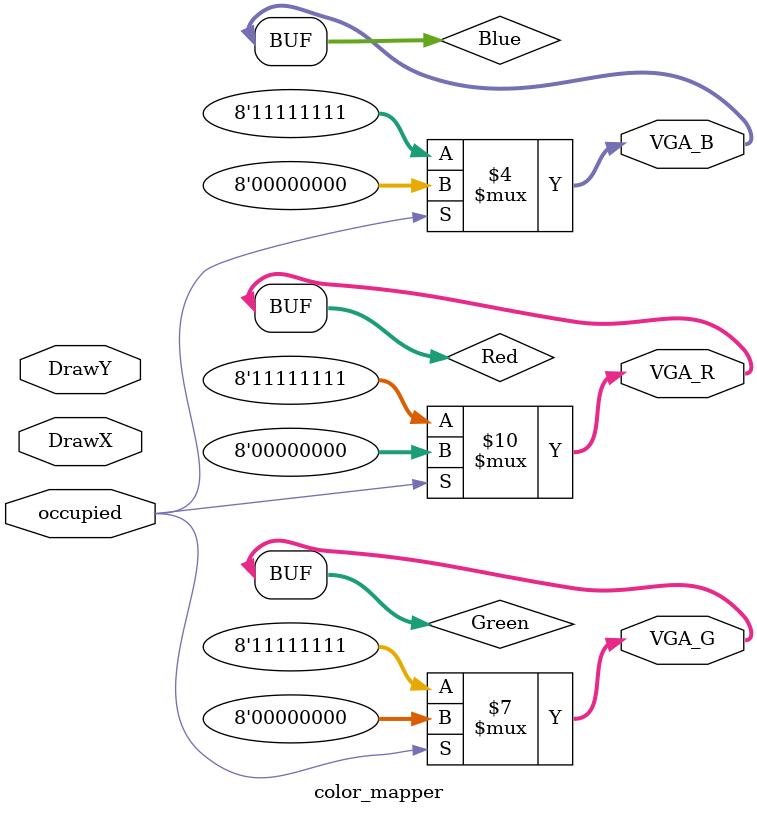
<source format=sv>
module  color_mapper ( input              occupied,            // Whether current pixel belongs to ball 
                                                              //   or background (computed in ball.sv)
                       input        [9:0] DrawX, DrawY,       // Current pixel coordinates
                       output logic [7:0] VGA_R, VGA_G, VGA_B // VGA RGB output
                     );
    
    logic [7:0] Red, Green, Blue;
    
    // Output colors to VGA
    assign VGA_R = Red;
    assign VGA_G = Green;
    assign VGA_B = Blue;
    
    // Assign color based on is_ball signal
    always_comb
    begin
        if (occupied == 1'b1) 
        begin
            // White ball
            Red = 8'h00;
            Green = 8'h00;
            Blue = 8'h00;
        end
        else 
        begin
            // Background with nice color gradient
            Red = 8'hff; 
            Green = 8'hff;
            Blue = 8'hff;
        end
    end 
    
endmodule

</source>
